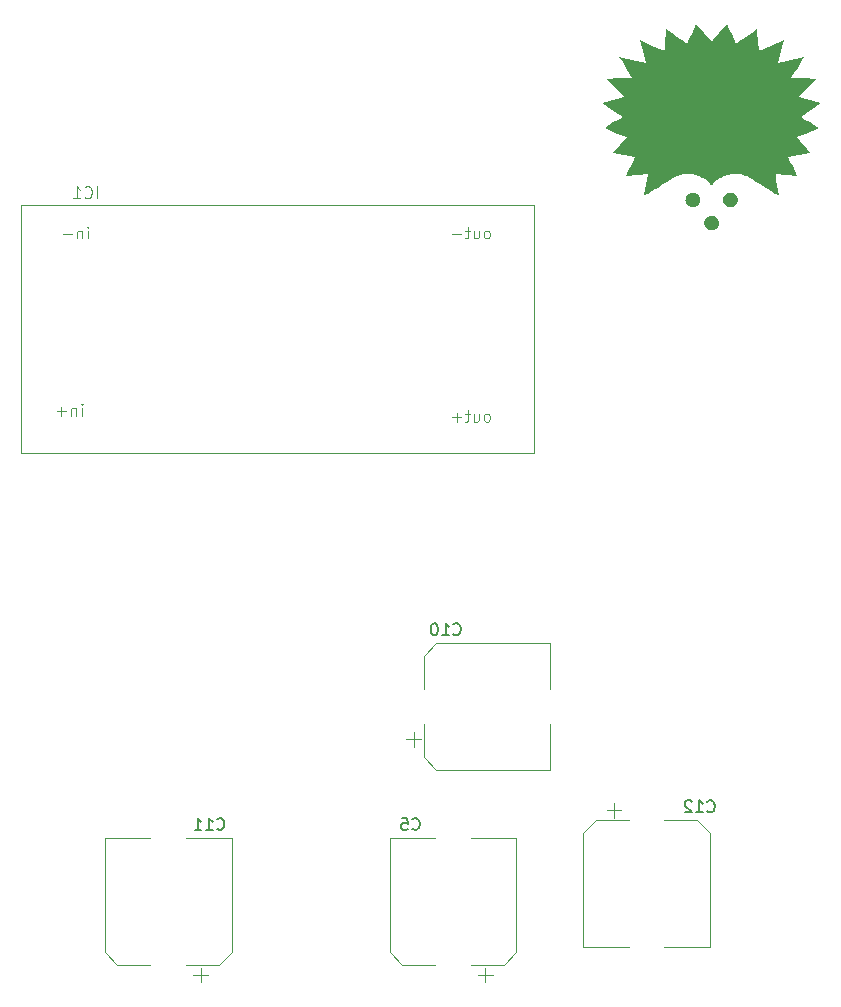
<source format=gbr>
%TF.GenerationSoftware,KiCad,Pcbnew,9.0.4*%
%TF.CreationDate,2025-10-31T13:00:26+01:00*%
%TF.ProjectId,Amperry_robot,416d7065-7272-4795-9f72-6f626f742e6b,rev?*%
%TF.SameCoordinates,Original*%
%TF.FileFunction,Legend,Bot*%
%TF.FilePolarity,Positive*%
%FSLAX46Y46*%
G04 Gerber Fmt 4.6, Leading zero omitted, Abs format (unit mm)*
G04 Created by KiCad (PCBNEW 9.0.4) date 2025-10-31 13:00:26*
%MOMM*%
%LPD*%
G01*
G04 APERTURE LIST*
%ADD10C,0.000000*%
%ADD11C,0.100000*%
%ADD12C,0.150000*%
%ADD13C,0.120000*%
G04 APERTURE END LIST*
D10*
G36*
X63633052Y-40992344D02*
G01*
X63664924Y-40994712D01*
X63696331Y-40998612D01*
X63727236Y-41004006D01*
X63757599Y-41010854D01*
X63787379Y-41019119D01*
X63816539Y-41028761D01*
X63845038Y-41039743D01*
X63872837Y-41052025D01*
X63899896Y-41065569D01*
X63926177Y-41080337D01*
X63951639Y-41096291D01*
X63976243Y-41113390D01*
X63999951Y-41131598D01*
X64022722Y-41150876D01*
X64044516Y-41171184D01*
X64065296Y-41192485D01*
X64085020Y-41214740D01*
X64103650Y-41237910D01*
X64121146Y-41261958D01*
X64137470Y-41286843D01*
X64152580Y-41312529D01*
X64166439Y-41338976D01*
X64179006Y-41366146D01*
X64190243Y-41394000D01*
X64200109Y-41422500D01*
X64208565Y-41451607D01*
X64215573Y-41481283D01*
X64221091Y-41511489D01*
X64225082Y-41542187D01*
X64227506Y-41573338D01*
X64228322Y-41604903D01*
X64227506Y-41636452D01*
X64225082Y-41667587D01*
X64221091Y-41698270D01*
X64215573Y-41728463D01*
X64208565Y-41758126D01*
X64200109Y-41787222D01*
X64190243Y-41815712D01*
X64179006Y-41843557D01*
X64166439Y-41870718D01*
X64152580Y-41897157D01*
X64137470Y-41922836D01*
X64121146Y-41947716D01*
X64103650Y-41971758D01*
X64085020Y-41994924D01*
X64065296Y-42017175D01*
X64044516Y-42038473D01*
X64022722Y-42058778D01*
X63999951Y-42078053D01*
X63976243Y-42096259D01*
X63951639Y-42113358D01*
X63926177Y-42129310D01*
X63899896Y-42144077D01*
X63872837Y-42157621D01*
X63845038Y-42169903D01*
X63816539Y-42180885D01*
X63787379Y-42190527D01*
X63757599Y-42198792D01*
X63727236Y-42205641D01*
X63696331Y-42211035D01*
X63664924Y-42214935D01*
X63633052Y-42217304D01*
X63600757Y-42218102D01*
X63568445Y-42217304D01*
X63536556Y-42214935D01*
X63505131Y-42211035D01*
X63474209Y-42205641D01*
X63443830Y-42198792D01*
X63414032Y-42190527D01*
X63384856Y-42180885D01*
X63356340Y-42169903D01*
X63328525Y-42157621D01*
X63301450Y-42144077D01*
X63275154Y-42129310D01*
X63249677Y-42113358D01*
X63225058Y-42096259D01*
X63201336Y-42078053D01*
X63178552Y-42058778D01*
X63156744Y-42038473D01*
X63135952Y-42017175D01*
X63116215Y-41994924D01*
X63097573Y-41971758D01*
X63080066Y-41947716D01*
X63063733Y-41922836D01*
X63048612Y-41897157D01*
X63034745Y-41870718D01*
X63022170Y-41843557D01*
X63010926Y-41815712D01*
X63001054Y-41787222D01*
X62992592Y-41758126D01*
X62985580Y-41728463D01*
X62980058Y-41698270D01*
X62976064Y-41667587D01*
X62973639Y-41636452D01*
X62972822Y-41604903D01*
X62973639Y-41573338D01*
X62976064Y-41542187D01*
X62980058Y-41511489D01*
X62985580Y-41481283D01*
X62992592Y-41451607D01*
X63001054Y-41422500D01*
X63010926Y-41394000D01*
X63022170Y-41366146D01*
X63034745Y-41338976D01*
X63048612Y-41312529D01*
X63063733Y-41286843D01*
X63080066Y-41261958D01*
X63097573Y-41237910D01*
X63116215Y-41214740D01*
X63135952Y-41192485D01*
X63156744Y-41171184D01*
X63178552Y-41150876D01*
X63201336Y-41131598D01*
X63225058Y-41113390D01*
X63249677Y-41096291D01*
X63275154Y-41080337D01*
X63301450Y-41065569D01*
X63328525Y-41052025D01*
X63356340Y-41039743D01*
X63384856Y-41028761D01*
X63414032Y-41019119D01*
X63443830Y-41010854D01*
X63474209Y-41004006D01*
X63505131Y-40998612D01*
X63536556Y-40994712D01*
X63568445Y-40992344D01*
X63600757Y-40991546D01*
X63633052Y-40992344D01*
G37*
G36*
X63493741Y-27129562D02*
G01*
X63691447Y-27549575D01*
X63887451Y-27977972D01*
X64081453Y-28414112D01*
X64519712Y-28093654D01*
X64959446Y-27776428D01*
X65400747Y-27462146D01*
X65843710Y-27150520D01*
X65885587Y-27601667D01*
X65925585Y-28060732D01*
X66000000Y-29000000D01*
X67045470Y-28544542D01*
X68096319Y-28093948D01*
X67850227Y-29030868D01*
X67603877Y-29985065D01*
X68718718Y-29753941D01*
X69826615Y-29527680D01*
X69556749Y-29969501D01*
X69289418Y-30413667D01*
X69024349Y-30860357D01*
X68761270Y-31309754D01*
X69837704Y-31322795D01*
X70886377Y-31339784D01*
X70513035Y-31720151D01*
X70142150Y-32103044D01*
X69773358Y-32488563D01*
X69406297Y-32876802D01*
X70359724Y-33126300D01*
X71271240Y-33373240D01*
X70409806Y-33970159D01*
X69543908Y-34577438D01*
X69941047Y-34810666D01*
X70328169Y-35041814D01*
X70705403Y-35270791D01*
X71072882Y-35497500D01*
X70154899Y-35901197D01*
X69219633Y-36309002D01*
X69519527Y-36637127D01*
X69811950Y-36963016D01*
X70097556Y-37286926D01*
X70377002Y-37609112D01*
X69442055Y-37788907D01*
X68487982Y-37966141D01*
X68681065Y-38370121D01*
X68868916Y-38772181D01*
X69052182Y-39172832D01*
X69231514Y-39572585D01*
X67426289Y-39432647D01*
X67416339Y-39446300D01*
X67495346Y-39891488D01*
X67570394Y-40333246D01*
X67641710Y-40771804D01*
X67709524Y-41207393D01*
X67617891Y-41168554D01*
X67517069Y-41120536D01*
X67408770Y-41064710D01*
X67294703Y-41002445D01*
X67056111Y-40864075D01*
X66814974Y-40716382D01*
X66584978Y-40570323D01*
X66379804Y-40436854D01*
X66098661Y-40251505D01*
X65797284Y-40053922D01*
X65564062Y-39912135D01*
X65431975Y-39837290D01*
X65291534Y-39762401D01*
X65144213Y-39689410D01*
X64991486Y-39620258D01*
X64834825Y-39556889D01*
X64675705Y-39501245D01*
X64515598Y-39455268D01*
X64355978Y-39420899D01*
X64198319Y-39400082D01*
X64120685Y-39395363D01*
X64044093Y-39394759D01*
X63893786Y-39401752D01*
X63745789Y-39416567D01*
X63600310Y-39438991D01*
X63457555Y-39468810D01*
X63317732Y-39505811D01*
X63181048Y-39549782D01*
X63047711Y-39600508D01*
X62917927Y-39657778D01*
X62791904Y-39721377D01*
X62669850Y-39791094D01*
X62551971Y-39866714D01*
X62438475Y-39948024D01*
X62329570Y-40034812D01*
X62225461Y-40126864D01*
X62126357Y-40223967D01*
X62032466Y-40325908D01*
X62012226Y-40348952D01*
X62012226Y-40349296D01*
X62011008Y-40350831D01*
X62010823Y-40350646D01*
X62010638Y-40350831D01*
X62009262Y-40349296D01*
X62009262Y-40348952D01*
X61989180Y-40325908D01*
X61895258Y-40223967D01*
X61796131Y-40126864D01*
X61692006Y-40034812D01*
X61583090Y-39948024D01*
X61469587Y-39866714D01*
X61351705Y-39791094D01*
X61229649Y-39721377D01*
X61103627Y-39657778D01*
X60973843Y-39600508D01*
X60840504Y-39549782D01*
X60703817Y-39505811D01*
X60563987Y-39468810D01*
X60421221Y-39438991D01*
X60275725Y-39416567D01*
X60127705Y-39401752D01*
X59977368Y-39394759D01*
X59900793Y-39395363D01*
X59823174Y-39400082D01*
X59744697Y-39408676D01*
X59665543Y-39420899D01*
X59585899Y-39436511D01*
X59505948Y-39455268D01*
X59425875Y-39476927D01*
X59345863Y-39501245D01*
X59186761Y-39556889D01*
X59030115Y-39620258D01*
X58877400Y-39689410D01*
X58730089Y-39762401D01*
X58589656Y-39837290D01*
X58457574Y-39912135D01*
X58335317Y-39984993D01*
X58224359Y-40053922D01*
X57922984Y-40251505D01*
X57641772Y-40436854D01*
X57436589Y-40570323D01*
X57206589Y-40716382D01*
X56965448Y-40864075D01*
X56726842Y-41002445D01*
X56612763Y-41064710D01*
X56504446Y-41120536D01*
X56403601Y-41168554D01*
X56311937Y-41207393D01*
X56379858Y-40771804D01*
X56451230Y-40333246D01*
X56526298Y-39891488D01*
X56605307Y-39446300D01*
X56595358Y-39432647D01*
X54790135Y-39572585D01*
X54969467Y-39172832D01*
X55152710Y-38772181D01*
X55340501Y-38370121D01*
X55533479Y-37966141D01*
X54579499Y-37788907D01*
X53644632Y-37609112D01*
X53924088Y-37286926D01*
X54209700Y-36963016D01*
X54502123Y-36637127D01*
X54802010Y-36309002D01*
X53866683Y-35901197D01*
X52948774Y-35497500D01*
X53316249Y-35270791D01*
X53693482Y-35041814D01*
X54080603Y-34810666D01*
X54477742Y-34577438D01*
X53611783Y-33970159D01*
X52750407Y-33373240D01*
X53661920Y-33126300D01*
X54615341Y-32876802D01*
X54248209Y-32488563D01*
X53879408Y-32103044D01*
X53508511Y-31720151D01*
X53135093Y-31339784D01*
X54183835Y-31322795D01*
X55260210Y-31309754D01*
X54997150Y-30860357D01*
X54732140Y-30413667D01*
X54464871Y-29969501D01*
X54195032Y-29527680D01*
X55302925Y-29753941D01*
X56417770Y-29985065D01*
X56171420Y-29030868D01*
X55925327Y-28093948D01*
X56976176Y-28544542D01*
X58021648Y-29000000D01*
X58057845Y-28527062D01*
X58095959Y-28060732D01*
X58135944Y-27601667D01*
X58177752Y-27150520D01*
X58620755Y-27462146D01*
X59062118Y-27776428D01*
X59501909Y-28093654D01*
X59940194Y-28414112D01*
X60134193Y-27977972D01*
X60330180Y-27549575D01*
X60527838Y-27129562D01*
X60726853Y-26718572D01*
X61049343Y-27090216D01*
X61370737Y-27468275D01*
X61690791Y-27852574D01*
X62009262Y-28242937D01*
X62009262Y-28242255D01*
X62009452Y-28242510D01*
X62009644Y-28242764D01*
X62009837Y-28243013D01*
X62010033Y-28243257D01*
X62010229Y-28243493D01*
X62010427Y-28243719D01*
X62010625Y-28243933D01*
X62010724Y-28244035D01*
X62010823Y-28244133D01*
X62010923Y-28244035D01*
X62011021Y-28243933D01*
X62011120Y-28243827D01*
X62011217Y-28243719D01*
X62011314Y-28243607D01*
X62011409Y-28243493D01*
X62011502Y-28243376D01*
X62011594Y-28243257D01*
X62011683Y-28243136D01*
X62011770Y-28243013D01*
X62011854Y-28242889D01*
X62011936Y-28242764D01*
X62012014Y-28242637D01*
X62012088Y-28242510D01*
X62012159Y-28242382D01*
X62012226Y-28242255D01*
X62012226Y-28242937D01*
X62330708Y-27852574D01*
X62650801Y-27468275D01*
X62972208Y-27090216D01*
X63294635Y-26718572D01*
X63493741Y-27129562D01*
G37*
G36*
X60452949Y-40992344D02*
G01*
X60484822Y-40994712D01*
X60516232Y-40998612D01*
X60547139Y-41004006D01*
X60577503Y-41010854D01*
X60607285Y-41019119D01*
X60636447Y-41028761D01*
X60664947Y-41039743D01*
X60692747Y-41052025D01*
X60719808Y-41065569D01*
X60746090Y-41080337D01*
X60771553Y-41096291D01*
X60796158Y-41113390D01*
X60819866Y-41131598D01*
X60842638Y-41150876D01*
X60864433Y-41171184D01*
X60885213Y-41192485D01*
X60904938Y-41214740D01*
X60923569Y-41237910D01*
X60941065Y-41261958D01*
X60957389Y-41286843D01*
X60972500Y-41312529D01*
X60986359Y-41338976D01*
X60998926Y-41366146D01*
X61010163Y-41394000D01*
X61020029Y-41422500D01*
X61028486Y-41451607D01*
X61035493Y-41481283D01*
X61041012Y-41511489D01*
X61045003Y-41542187D01*
X61047426Y-41573338D01*
X61048243Y-41604903D01*
X61047426Y-41636452D01*
X61045003Y-41667587D01*
X61041012Y-41698270D01*
X61035493Y-41728463D01*
X61028486Y-41758126D01*
X61020029Y-41787222D01*
X61010163Y-41815712D01*
X60998926Y-41843557D01*
X60986359Y-41870718D01*
X60972500Y-41897157D01*
X60957389Y-41922836D01*
X60941065Y-41947716D01*
X60923569Y-41971758D01*
X60904938Y-41994924D01*
X60885213Y-42017175D01*
X60864433Y-42038473D01*
X60842638Y-42058778D01*
X60819866Y-42078053D01*
X60796158Y-42096259D01*
X60771553Y-42113358D01*
X60746090Y-42129310D01*
X60719808Y-42144077D01*
X60692747Y-42157621D01*
X60664947Y-42169903D01*
X60636447Y-42180885D01*
X60607285Y-42190527D01*
X60577503Y-42198792D01*
X60547139Y-42205641D01*
X60516232Y-42211035D01*
X60484822Y-42214935D01*
X60452949Y-42217304D01*
X60420651Y-42218102D01*
X60388322Y-42217304D01*
X60356419Y-42214935D01*
X60324982Y-42211035D01*
X60294050Y-42205641D01*
X60263662Y-42198792D01*
X60233857Y-42190527D01*
X60204675Y-42180885D01*
X60176156Y-42169903D01*
X60148339Y-42157621D01*
X60121262Y-42144077D01*
X60094966Y-42129310D01*
X60069489Y-42113358D01*
X60044872Y-42096259D01*
X60021153Y-42078053D01*
X59998372Y-42058778D01*
X59976568Y-42038473D01*
X59955780Y-42017175D01*
X59936049Y-41994924D01*
X59917412Y-41971758D01*
X59899911Y-41947716D01*
X59883583Y-41922836D01*
X59868468Y-41897157D01*
X59854607Y-41870718D01*
X59842037Y-41843557D01*
X59830798Y-41815712D01*
X59820931Y-41787222D01*
X59812473Y-41758126D01*
X59805465Y-41728463D01*
X59799946Y-41698270D01*
X59795955Y-41667587D01*
X59793532Y-41636452D01*
X59792715Y-41604903D01*
X59793532Y-41573338D01*
X59795955Y-41542187D01*
X59799946Y-41511489D01*
X59805465Y-41481283D01*
X59812473Y-41451607D01*
X59820931Y-41422500D01*
X59830798Y-41394000D01*
X59842037Y-41366146D01*
X59854607Y-41338976D01*
X59868468Y-41312529D01*
X59883583Y-41286843D01*
X59899911Y-41261958D01*
X59917412Y-41237910D01*
X59936049Y-41214740D01*
X59955780Y-41192485D01*
X59976568Y-41171184D01*
X59998372Y-41150876D01*
X60021153Y-41131598D01*
X60044872Y-41113390D01*
X60069489Y-41096291D01*
X60094966Y-41080337D01*
X60121262Y-41065569D01*
X60148339Y-41052025D01*
X60176156Y-41039743D01*
X60204675Y-41028761D01*
X60233857Y-41019119D01*
X60263662Y-41010854D01*
X60294050Y-41004006D01*
X60324982Y-40998612D01*
X60356419Y-40994712D01*
X60388322Y-40992344D01*
X60420651Y-40991546D01*
X60452949Y-40992344D01*
G37*
G36*
X62042988Y-42955315D02*
G01*
X62074862Y-42957684D01*
X62106272Y-42961584D01*
X62137178Y-42966977D01*
X62167543Y-42973826D01*
X62197325Y-42982090D01*
X62226486Y-42991733D01*
X62254987Y-43002714D01*
X62282787Y-43014996D01*
X62309848Y-43028541D01*
X62336129Y-43043309D01*
X62361593Y-43059262D01*
X62386198Y-43076362D01*
X62409906Y-43094569D01*
X62432678Y-43113847D01*
X62454473Y-43134155D01*
X62475253Y-43155456D01*
X62494978Y-43177711D01*
X62513608Y-43200881D01*
X62531105Y-43224928D01*
X62547429Y-43249814D01*
X62562540Y-43275499D01*
X62576399Y-43301946D01*
X62588966Y-43329116D01*
X62600203Y-43356970D01*
X62610069Y-43385470D01*
X62618525Y-43414577D01*
X62625533Y-43444252D01*
X62631052Y-43474458D01*
X62635042Y-43505156D01*
X62637466Y-43536306D01*
X62638282Y-43567872D01*
X62637466Y-43599423D01*
X62635042Y-43630560D01*
X62631052Y-43661245D01*
X62625533Y-43691440D01*
X62618525Y-43721105D01*
X62610069Y-43750202D01*
X62600203Y-43778692D01*
X62588966Y-43806537D01*
X62576399Y-43833699D01*
X62562540Y-43860139D01*
X62547429Y-43885818D01*
X62531105Y-43910697D01*
X62513608Y-43934739D01*
X62494978Y-43957904D01*
X62475253Y-43980155D01*
X62454473Y-44001452D01*
X62432678Y-44021757D01*
X62409906Y-44041031D01*
X62386198Y-44059236D01*
X62361593Y-44076334D01*
X62336129Y-44092285D01*
X62309848Y-44107052D01*
X62282787Y-44120595D01*
X62254987Y-44132876D01*
X62226486Y-44143857D01*
X62197325Y-44153498D01*
X62167543Y-44161763D01*
X62137178Y-44168611D01*
X62106272Y-44174004D01*
X62074862Y-44177904D01*
X62042988Y-44180272D01*
X62010691Y-44181070D01*
X61978378Y-44180272D01*
X61946490Y-44177904D01*
X61915065Y-44174004D01*
X61884143Y-44168611D01*
X61853763Y-44161763D01*
X61823966Y-44153498D01*
X61794790Y-44143857D01*
X61766274Y-44132876D01*
X61738459Y-44120595D01*
X61711384Y-44107052D01*
X61685088Y-44092285D01*
X61659610Y-44076334D01*
X61634991Y-44059236D01*
X61611270Y-44041031D01*
X61588485Y-44021757D01*
X61566677Y-44001452D01*
X61545885Y-43980155D01*
X61526148Y-43957904D01*
X61507507Y-43934739D01*
X61489999Y-43910697D01*
X61473666Y-43885818D01*
X61458545Y-43860139D01*
X61444678Y-43833699D01*
X61432103Y-43806537D01*
X61420859Y-43778692D01*
X61410987Y-43750202D01*
X61402525Y-43721105D01*
X61395513Y-43691440D01*
X61389990Y-43661245D01*
X61385997Y-43630560D01*
X61383572Y-43599423D01*
X61382755Y-43567872D01*
X61383572Y-43536306D01*
X61385997Y-43505156D01*
X61389990Y-43474458D01*
X61395513Y-43444252D01*
X61402525Y-43414577D01*
X61410987Y-43385470D01*
X61420859Y-43356970D01*
X61432103Y-43329116D01*
X61444678Y-43301946D01*
X61458545Y-43275499D01*
X61473666Y-43249814D01*
X61489999Y-43224928D01*
X61507507Y-43200881D01*
X61526148Y-43177711D01*
X61545885Y-43155456D01*
X61566677Y-43134155D01*
X61588485Y-43113847D01*
X61611270Y-43094569D01*
X61634991Y-43076362D01*
X61659610Y-43059262D01*
X61685088Y-43043309D01*
X61711384Y-43028541D01*
X61738459Y-43014996D01*
X61766274Y-43002714D01*
X61794790Y-42991733D01*
X61823966Y-42982090D01*
X61853763Y-42973826D01*
X61884143Y-42966977D01*
X61915065Y-42961584D01*
X61946490Y-42957684D01*
X61978378Y-42955315D01*
X62010691Y-42954517D01*
X62042988Y-42955315D01*
G37*
D11*
X9196115Y-44872419D02*
X9196115Y-44205752D01*
X9196115Y-43872419D02*
X9243734Y-43920038D01*
X9243734Y-43920038D02*
X9196115Y-43967657D01*
X9196115Y-43967657D02*
X9148496Y-43920038D01*
X9148496Y-43920038D02*
X9196115Y-43872419D01*
X9196115Y-43872419D02*
X9196115Y-43967657D01*
X8719925Y-44205752D02*
X8719925Y-44872419D01*
X8719925Y-44300990D02*
X8672306Y-44253371D01*
X8672306Y-44253371D02*
X8577068Y-44205752D01*
X8577068Y-44205752D02*
X8434211Y-44205752D01*
X8434211Y-44205752D02*
X8338973Y-44253371D01*
X8338973Y-44253371D02*
X8291354Y-44348609D01*
X8291354Y-44348609D02*
X8291354Y-44872419D01*
X7815163Y-44491466D02*
X7053259Y-44491466D01*
X43053258Y-44872419D02*
X43148496Y-44824800D01*
X43148496Y-44824800D02*
X43196115Y-44777180D01*
X43196115Y-44777180D02*
X43243734Y-44681942D01*
X43243734Y-44681942D02*
X43243734Y-44396228D01*
X43243734Y-44396228D02*
X43196115Y-44300990D01*
X43196115Y-44300990D02*
X43148496Y-44253371D01*
X43148496Y-44253371D02*
X43053258Y-44205752D01*
X43053258Y-44205752D02*
X42910401Y-44205752D01*
X42910401Y-44205752D02*
X42815163Y-44253371D01*
X42815163Y-44253371D02*
X42767544Y-44300990D01*
X42767544Y-44300990D02*
X42719925Y-44396228D01*
X42719925Y-44396228D02*
X42719925Y-44681942D01*
X42719925Y-44681942D02*
X42767544Y-44777180D01*
X42767544Y-44777180D02*
X42815163Y-44824800D01*
X42815163Y-44824800D02*
X42910401Y-44872419D01*
X42910401Y-44872419D02*
X43053258Y-44872419D01*
X41862782Y-44205752D02*
X41862782Y-44872419D01*
X42291353Y-44205752D02*
X42291353Y-44729561D01*
X42291353Y-44729561D02*
X42243734Y-44824800D01*
X42243734Y-44824800D02*
X42148496Y-44872419D01*
X42148496Y-44872419D02*
X42005639Y-44872419D01*
X42005639Y-44872419D02*
X41910401Y-44824800D01*
X41910401Y-44824800D02*
X41862782Y-44777180D01*
X41529448Y-44205752D02*
X41148496Y-44205752D01*
X41386591Y-43872419D02*
X41386591Y-44729561D01*
X41386591Y-44729561D02*
X41338972Y-44824800D01*
X41338972Y-44824800D02*
X41243734Y-44872419D01*
X41243734Y-44872419D02*
X41148496Y-44872419D01*
X40815162Y-44491466D02*
X40053258Y-44491466D01*
X8696115Y-59872419D02*
X8696115Y-59205752D01*
X8696115Y-58872419D02*
X8743734Y-58920038D01*
X8743734Y-58920038D02*
X8696115Y-58967657D01*
X8696115Y-58967657D02*
X8648496Y-58920038D01*
X8648496Y-58920038D02*
X8696115Y-58872419D01*
X8696115Y-58872419D02*
X8696115Y-58967657D01*
X8219925Y-59205752D02*
X8219925Y-59872419D01*
X8219925Y-59300990D02*
X8172306Y-59253371D01*
X8172306Y-59253371D02*
X8077068Y-59205752D01*
X8077068Y-59205752D02*
X7934211Y-59205752D01*
X7934211Y-59205752D02*
X7838973Y-59253371D01*
X7838973Y-59253371D02*
X7791354Y-59348609D01*
X7791354Y-59348609D02*
X7791354Y-59872419D01*
X7315163Y-59491466D02*
X6553259Y-59491466D01*
X6934211Y-59872419D02*
X6934211Y-59110514D01*
X43053258Y-60372419D02*
X43148496Y-60324800D01*
X43148496Y-60324800D02*
X43196115Y-60277180D01*
X43196115Y-60277180D02*
X43243734Y-60181942D01*
X43243734Y-60181942D02*
X43243734Y-59896228D01*
X43243734Y-59896228D02*
X43196115Y-59800990D01*
X43196115Y-59800990D02*
X43148496Y-59753371D01*
X43148496Y-59753371D02*
X43053258Y-59705752D01*
X43053258Y-59705752D02*
X42910401Y-59705752D01*
X42910401Y-59705752D02*
X42815163Y-59753371D01*
X42815163Y-59753371D02*
X42767544Y-59800990D01*
X42767544Y-59800990D02*
X42719925Y-59896228D01*
X42719925Y-59896228D02*
X42719925Y-60181942D01*
X42719925Y-60181942D02*
X42767544Y-60277180D01*
X42767544Y-60277180D02*
X42815163Y-60324800D01*
X42815163Y-60324800D02*
X42910401Y-60372419D01*
X42910401Y-60372419D02*
X43053258Y-60372419D01*
X41862782Y-59705752D02*
X41862782Y-60372419D01*
X42291353Y-59705752D02*
X42291353Y-60229561D01*
X42291353Y-60229561D02*
X42243734Y-60324800D01*
X42243734Y-60324800D02*
X42148496Y-60372419D01*
X42148496Y-60372419D02*
X42005639Y-60372419D01*
X42005639Y-60372419D02*
X41910401Y-60324800D01*
X41910401Y-60324800D02*
X41862782Y-60277180D01*
X41529448Y-59705752D02*
X41148496Y-59705752D01*
X41386591Y-59372419D02*
X41386591Y-60229561D01*
X41386591Y-60229561D02*
X41338972Y-60324800D01*
X41338972Y-60324800D02*
X41243734Y-60372419D01*
X41243734Y-60372419D02*
X41148496Y-60372419D01*
X40815162Y-59991466D02*
X40053258Y-59991466D01*
X40434210Y-60372419D02*
X40434210Y-59610514D01*
X9976189Y-41457419D02*
X9976189Y-40457419D01*
X8928571Y-41362180D02*
X8976190Y-41409800D01*
X8976190Y-41409800D02*
X9119047Y-41457419D01*
X9119047Y-41457419D02*
X9214285Y-41457419D01*
X9214285Y-41457419D02*
X9357142Y-41409800D01*
X9357142Y-41409800D02*
X9452380Y-41314561D01*
X9452380Y-41314561D02*
X9499999Y-41219323D01*
X9499999Y-41219323D02*
X9547618Y-41028847D01*
X9547618Y-41028847D02*
X9547618Y-40885990D01*
X9547618Y-40885990D02*
X9499999Y-40695514D01*
X9499999Y-40695514D02*
X9452380Y-40600276D01*
X9452380Y-40600276D02*
X9357142Y-40505038D01*
X9357142Y-40505038D02*
X9214285Y-40457419D01*
X9214285Y-40457419D02*
X9119047Y-40457419D01*
X9119047Y-40457419D02*
X8976190Y-40505038D01*
X8976190Y-40505038D02*
X8928571Y-40552657D01*
X7976190Y-41457419D02*
X8547618Y-41457419D01*
X8261904Y-41457419D02*
X8261904Y-40457419D01*
X8261904Y-40457419D02*
X8357142Y-40600276D01*
X8357142Y-40600276D02*
X8452380Y-40695514D01*
X8452380Y-40695514D02*
X8547618Y-40743133D01*
D12*
X40142857Y-78359580D02*
X40190476Y-78407200D01*
X40190476Y-78407200D02*
X40333333Y-78454819D01*
X40333333Y-78454819D02*
X40428571Y-78454819D01*
X40428571Y-78454819D02*
X40571428Y-78407200D01*
X40571428Y-78407200D02*
X40666666Y-78311961D01*
X40666666Y-78311961D02*
X40714285Y-78216723D01*
X40714285Y-78216723D02*
X40761904Y-78026247D01*
X40761904Y-78026247D02*
X40761904Y-77883390D01*
X40761904Y-77883390D02*
X40714285Y-77692914D01*
X40714285Y-77692914D02*
X40666666Y-77597676D01*
X40666666Y-77597676D02*
X40571428Y-77502438D01*
X40571428Y-77502438D02*
X40428571Y-77454819D01*
X40428571Y-77454819D02*
X40333333Y-77454819D01*
X40333333Y-77454819D02*
X40190476Y-77502438D01*
X40190476Y-77502438D02*
X40142857Y-77550057D01*
X39190476Y-78454819D02*
X39761904Y-78454819D01*
X39476190Y-78454819D02*
X39476190Y-77454819D01*
X39476190Y-77454819D02*
X39571428Y-77597676D01*
X39571428Y-77597676D02*
X39666666Y-77692914D01*
X39666666Y-77692914D02*
X39761904Y-77740533D01*
X38571428Y-77454819D02*
X38476190Y-77454819D01*
X38476190Y-77454819D02*
X38380952Y-77502438D01*
X38380952Y-77502438D02*
X38333333Y-77550057D01*
X38333333Y-77550057D02*
X38285714Y-77645295D01*
X38285714Y-77645295D02*
X38238095Y-77835771D01*
X38238095Y-77835771D02*
X38238095Y-78073866D01*
X38238095Y-78073866D02*
X38285714Y-78264342D01*
X38285714Y-78264342D02*
X38333333Y-78359580D01*
X38333333Y-78359580D02*
X38380952Y-78407200D01*
X38380952Y-78407200D02*
X38476190Y-78454819D01*
X38476190Y-78454819D02*
X38571428Y-78454819D01*
X38571428Y-78454819D02*
X38666666Y-78407200D01*
X38666666Y-78407200D02*
X38714285Y-78359580D01*
X38714285Y-78359580D02*
X38761904Y-78264342D01*
X38761904Y-78264342D02*
X38809523Y-78073866D01*
X38809523Y-78073866D02*
X38809523Y-77835771D01*
X38809523Y-77835771D02*
X38761904Y-77645295D01*
X38761904Y-77645295D02*
X38714285Y-77550057D01*
X38714285Y-77550057D02*
X38666666Y-77502438D01*
X38666666Y-77502438D02*
X38571428Y-77454819D01*
X36666666Y-94859580D02*
X36714285Y-94907200D01*
X36714285Y-94907200D02*
X36857142Y-94954819D01*
X36857142Y-94954819D02*
X36952380Y-94954819D01*
X36952380Y-94954819D02*
X37095237Y-94907200D01*
X37095237Y-94907200D02*
X37190475Y-94811961D01*
X37190475Y-94811961D02*
X37238094Y-94716723D01*
X37238094Y-94716723D02*
X37285713Y-94526247D01*
X37285713Y-94526247D02*
X37285713Y-94383390D01*
X37285713Y-94383390D02*
X37238094Y-94192914D01*
X37238094Y-94192914D02*
X37190475Y-94097676D01*
X37190475Y-94097676D02*
X37095237Y-94002438D01*
X37095237Y-94002438D02*
X36952380Y-93954819D01*
X36952380Y-93954819D02*
X36857142Y-93954819D01*
X36857142Y-93954819D02*
X36714285Y-94002438D01*
X36714285Y-94002438D02*
X36666666Y-94050057D01*
X35761904Y-93954819D02*
X36238094Y-93954819D01*
X36238094Y-93954819D02*
X36285713Y-94431009D01*
X36285713Y-94431009D02*
X36238094Y-94383390D01*
X36238094Y-94383390D02*
X36142856Y-94335771D01*
X36142856Y-94335771D02*
X35904761Y-94335771D01*
X35904761Y-94335771D02*
X35809523Y-94383390D01*
X35809523Y-94383390D02*
X35761904Y-94431009D01*
X35761904Y-94431009D02*
X35714285Y-94526247D01*
X35714285Y-94526247D02*
X35714285Y-94764342D01*
X35714285Y-94764342D02*
X35761904Y-94859580D01*
X35761904Y-94859580D02*
X35809523Y-94907200D01*
X35809523Y-94907200D02*
X35904761Y-94954819D01*
X35904761Y-94954819D02*
X36142856Y-94954819D01*
X36142856Y-94954819D02*
X36238094Y-94907200D01*
X36238094Y-94907200D02*
X36285713Y-94859580D01*
X61642857Y-93359580D02*
X61690476Y-93407200D01*
X61690476Y-93407200D02*
X61833333Y-93454819D01*
X61833333Y-93454819D02*
X61928571Y-93454819D01*
X61928571Y-93454819D02*
X62071428Y-93407200D01*
X62071428Y-93407200D02*
X62166666Y-93311961D01*
X62166666Y-93311961D02*
X62214285Y-93216723D01*
X62214285Y-93216723D02*
X62261904Y-93026247D01*
X62261904Y-93026247D02*
X62261904Y-92883390D01*
X62261904Y-92883390D02*
X62214285Y-92692914D01*
X62214285Y-92692914D02*
X62166666Y-92597676D01*
X62166666Y-92597676D02*
X62071428Y-92502438D01*
X62071428Y-92502438D02*
X61928571Y-92454819D01*
X61928571Y-92454819D02*
X61833333Y-92454819D01*
X61833333Y-92454819D02*
X61690476Y-92502438D01*
X61690476Y-92502438D02*
X61642857Y-92550057D01*
X60690476Y-93454819D02*
X61261904Y-93454819D01*
X60976190Y-93454819D02*
X60976190Y-92454819D01*
X60976190Y-92454819D02*
X61071428Y-92597676D01*
X61071428Y-92597676D02*
X61166666Y-92692914D01*
X61166666Y-92692914D02*
X61261904Y-92740533D01*
X60309523Y-92550057D02*
X60261904Y-92502438D01*
X60261904Y-92502438D02*
X60166666Y-92454819D01*
X60166666Y-92454819D02*
X59928571Y-92454819D01*
X59928571Y-92454819D02*
X59833333Y-92502438D01*
X59833333Y-92502438D02*
X59785714Y-92550057D01*
X59785714Y-92550057D02*
X59738095Y-92645295D01*
X59738095Y-92645295D02*
X59738095Y-92740533D01*
X59738095Y-92740533D02*
X59785714Y-92883390D01*
X59785714Y-92883390D02*
X60357142Y-93454819D01*
X60357142Y-93454819D02*
X59738095Y-93454819D01*
X20142857Y-94859580D02*
X20190476Y-94907200D01*
X20190476Y-94907200D02*
X20333333Y-94954819D01*
X20333333Y-94954819D02*
X20428571Y-94954819D01*
X20428571Y-94954819D02*
X20571428Y-94907200D01*
X20571428Y-94907200D02*
X20666666Y-94811961D01*
X20666666Y-94811961D02*
X20714285Y-94716723D01*
X20714285Y-94716723D02*
X20761904Y-94526247D01*
X20761904Y-94526247D02*
X20761904Y-94383390D01*
X20761904Y-94383390D02*
X20714285Y-94192914D01*
X20714285Y-94192914D02*
X20666666Y-94097676D01*
X20666666Y-94097676D02*
X20571428Y-94002438D01*
X20571428Y-94002438D02*
X20428571Y-93954819D01*
X20428571Y-93954819D02*
X20333333Y-93954819D01*
X20333333Y-93954819D02*
X20190476Y-94002438D01*
X20190476Y-94002438D02*
X20142857Y-94050057D01*
X19190476Y-94954819D02*
X19761904Y-94954819D01*
X19476190Y-94954819D02*
X19476190Y-93954819D01*
X19476190Y-93954819D02*
X19571428Y-94097676D01*
X19571428Y-94097676D02*
X19666666Y-94192914D01*
X19666666Y-94192914D02*
X19761904Y-94240533D01*
X18238095Y-94954819D02*
X18809523Y-94954819D01*
X18523809Y-94954819D02*
X18523809Y-93954819D01*
X18523809Y-93954819D02*
X18619047Y-94097676D01*
X18619047Y-94097676D02*
X18714285Y-94192914D01*
X18714285Y-94192914D02*
X18809523Y-94240533D01*
%TO.C,IC1*%
D11*
X3503000Y-42000000D02*
X47003000Y-42000000D01*
X47003000Y-63000000D01*
X3503000Y-63000000D01*
X3503000Y-42000000D01*
D13*
%TO.C,C10*%
X36150000Y-87260000D02*
X37400000Y-87260000D01*
X36775000Y-87885000D02*
X36775000Y-86635000D01*
X37640000Y-80204437D02*
X37640000Y-82990000D01*
X37640000Y-80204437D02*
X38704437Y-79140000D01*
X37640000Y-88795563D02*
X37640000Y-86010000D01*
X37640000Y-88795563D02*
X38704437Y-89860000D01*
X38704437Y-79140000D02*
X48360000Y-79140000D01*
X38704437Y-89860000D02*
X48360000Y-89860000D01*
X48360000Y-79140000D02*
X48360000Y-82990000D01*
X48360000Y-89860000D02*
X48360000Y-86010000D01*
%TO.C,C5*%
X34740000Y-95640000D02*
X38590000Y-95640000D01*
X34740000Y-105295563D02*
X34740000Y-95640000D01*
X35804437Y-106360000D02*
X34740000Y-105295563D01*
X35804437Y-106360000D02*
X38590000Y-106360000D01*
X42860000Y-107850000D02*
X42860000Y-106600000D01*
X43485000Y-107225000D02*
X42235000Y-107225000D01*
X44395563Y-106360000D02*
X41610000Y-106360000D01*
X44395563Y-106360000D02*
X45460000Y-105295563D01*
X45460000Y-95640000D02*
X41610000Y-95640000D01*
X45460000Y-105295563D02*
X45460000Y-95640000D01*
%TO.C,C12*%
X51140000Y-95204437D02*
X51140000Y-104860000D01*
X51140000Y-104860000D02*
X54990000Y-104860000D01*
X52204437Y-94140000D02*
X51140000Y-95204437D01*
X52204437Y-94140000D02*
X54990000Y-94140000D01*
X53115000Y-93275000D02*
X54365000Y-93275000D01*
X53740000Y-92650000D02*
X53740000Y-93900000D01*
X60795563Y-94140000D02*
X58010000Y-94140000D01*
X60795563Y-94140000D02*
X61860000Y-95204437D01*
X61860000Y-95204437D02*
X61860000Y-104860000D01*
X61860000Y-104860000D02*
X58010000Y-104860000D01*
%TO.C,C11*%
X10640000Y-95640000D02*
X14490000Y-95640000D01*
X10640000Y-105295563D02*
X10640000Y-95640000D01*
X11704437Y-106360000D02*
X10640000Y-105295563D01*
X11704437Y-106360000D02*
X14490000Y-106360000D01*
X18760000Y-107850000D02*
X18760000Y-106600000D01*
X19385000Y-107225000D02*
X18135000Y-107225000D01*
X20295563Y-106360000D02*
X17510000Y-106360000D01*
X20295563Y-106360000D02*
X21360000Y-105295563D01*
X21360000Y-95640000D02*
X17510000Y-95640000D01*
X21360000Y-105295563D02*
X21360000Y-95640000D01*
%TD*%
M02*

</source>
